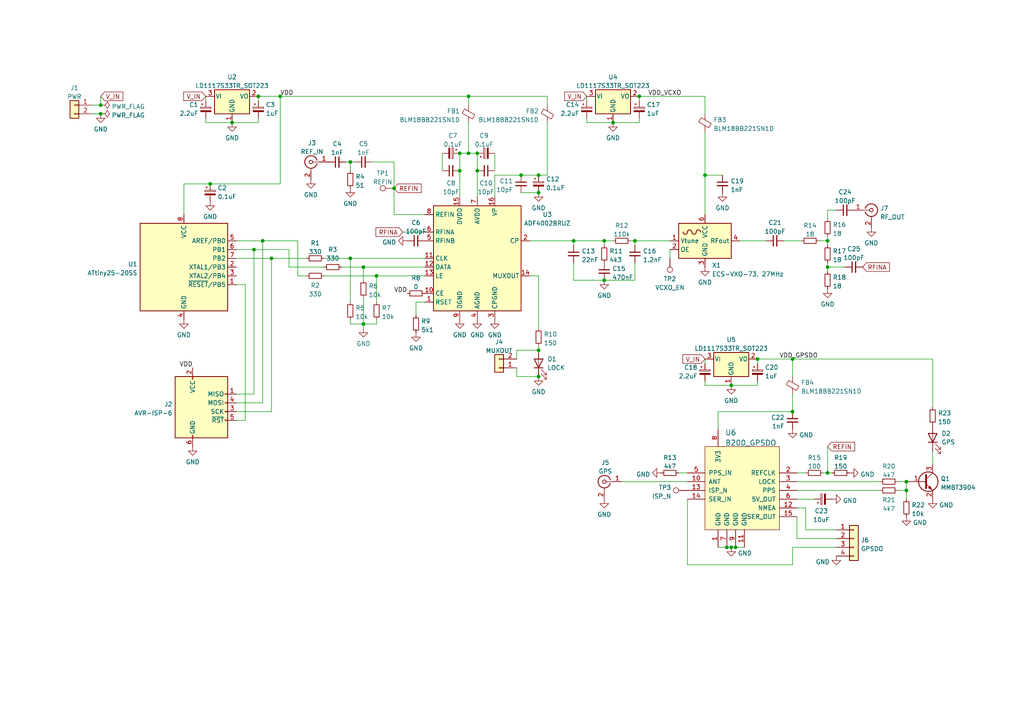
<source format=kicad_sch>
(kicad_sch (version 20211123) (generator eeschema)
  (paper "A4")
  (title_block (title "AD4002 27MHz PLL") (date "2022-04-08") (rev "1") (company "HB9EGM") (comment 1 "Compatible with USRP B200 GPSDO"))
  (lib_symbols
    (symbol "ADF4002_27MHz_PLL:B200_GPSDO" (pin_names (offset 1.016))
      (property "Reference" "U" (at 5.08 -10.16 0))
      (property "Value" "B200_GPSDO" (at 3.81 16.51 0))
      (symbol "B200_GPSDO_0_1"
        (rectangle (start -8.89 15.24) (end 12.7 -8.89) (fill (type background)))
      )
      (symbol "B200_GPSDO_1_1"
        (pin power_in line (at -5.08 -13.97 90) (length 5.08) (name "GND") (number "1"))
        (pin input line (at -13.97 5.08 0) (length 5.08) (name "ANT") (number "10"))
        (pin power_in line (at 2.54 -13.97 90) (length 5.08) (name "GND") (number "11"))
        (pin output line (at 17.78 -2.54 180) (length 5.08) (name "NMEA") (number "12"))
        (pin input line (at -13.97 2.54 0) (length 5.08) (name "ISP_N") (number "13"))
        (pin input line (at -13.97 0 0) (length 5.08) (name "SER_IN") (number "14"))
        (pin output line (at 17.78 -5.08 180) (length 5.08) (name "SER_OUT") (number "15"))
        (pin output line (at 17.78 7.62 180) (length 5.08) (name "REFCLK") (number "2"))
        (pin output line (at 17.78 5.08 180) (length 5.08) (name "LOCK") (number "3"))
        (pin output line (at 17.78 2.54 180) (length 5.08) (name "PPS") (number "4"))
        (pin input line (at -13.97 7.62 0) (length 5.08) (name "PPS_IN") (number "5"))
        (pin power_out line (at 17.78 0 180) (length 5.08) (name "5V_OUT") (number "6"))
        (pin power_in line (at -2.54 -13.97 90) (length 5.08) (name "GND") (number "7"))
        (pin power_in line (at -5.08 20.32 270) (length 5.08) (name "3V3") (number "8"))
        (pin power_in line (at 0 -13.97 90) (length 5.08) (name "GND") (number "9"))
      )
    )
    (symbol "ADF4002_27MHz_PLL:ECS-VXO-73"
      (property "Reference" "X" (at -7.62 6.35 0))
      (property "Value" "ECS-VXO-73" (at 2.54 6.35 0))
      (symbol "ECS-VXO-73_0_1"
        (rectangle (start -7.62 5.08) (end 7.62 -5.08) (stroke (width 0.254)) (fill (type background)))
        (arc (start -6.35 2.54) (mid -5.715 1.905) (end -5.08 2.54) (stroke (width 0.254)))
        (arc (start -3.81 2.54) (mid -4.445 3.175) (end -5.08 2.54) (stroke (width 0.254)))
        (arc (start -3.81 2.54) (mid -3.175 1.905) (end -2.54 2.54) (stroke (width 0.254)))
        (arc (start -1.27 2.54) (mid -1.905 3.175) (end -2.54 2.54) (stroke (width 0.254)))
      )
      (symbol "ECS-VXO-73_1_1"
        (pin input line (at -10.16 0 0) (length 2.54) (name "Vtune") (number "1"))
        (pin input line (at -10.16 -2.54 0) (length 2.54) (name "OE") (number "2"))
        (pin power_in line (at 0 -7.62 90) (length 2.54) (name "GND") (number "3"))
        (pin output line (at 10.16 0 180) (length 2.54) (name "RFout") (number "4"))
        (pin no_connect line (at 2.54 7.62 270) (length 2.54) hide (name "NC") (number "5"))
        (pin power_in line (at 0 7.62 270) (length 2.54) (name "VCC") (number "6"))
      )
    )
    (symbol "Connector:AVR-ISP-6" (pin_names (offset 1.016))
      (property "Reference" "J" (at -6.35 11.43 0))
      (property "Value" "AVR-ISP-6" (at 0 11.43 0))
      (symbol "AVR-ISP-6_0_1"
        (rectangle (start -2.667 -6.858) (end -2.413 -7.62))
        (rectangle (start -2.667 10.16) (end -2.413 9.398))
        (rectangle (start 7.62 -2.413) (end 6.858 -2.667))
        (rectangle (start 7.62 0.127) (end 6.858 -0.127))
        (rectangle (start 7.62 2.667) (end 6.858 2.413))
        (rectangle (start 7.62 5.207) (end 6.858 4.953))
        (rectangle (start 7.62 10.16) (end -7.62 -7.62) (stroke (width 0.254)) (fill (type background)))
      )
      (symbol "AVR-ISP-6_1_1"
        (pin passive line (at 10.16 5.08 180) (length 2.54) (name "MISO") (number "1"))
        (pin passive line (at -2.54 12.7 270) (length 2.54) (name "VCC") (number "2"))
        (pin passive line (at 10.16 0 180) (length 2.54) (name "SCK") (number "3"))
        (pin passive line (at 10.16 2.54 180) (length 2.54) (name "MOSI") (number "4"))
        (pin passive line (at 10.16 -2.54 180) (length 2.54) (name "~{RST}") (number "5"))
        (pin passive line (at -2.54 -10.16 90) (length 2.54) (name "GND") (number "6"))
      )
    )
    (symbol "Connector:Conn_Coaxial" (pin_names (offset 1.016) hide)
      (property "Reference" "J" (at 0.254 3.048 0))
      (property "Value" "Conn_Coaxial" (at 2.921 0 90))
      (symbol "Conn_Coaxial_0_1"
        (arc (start -1.778 -0.508) (mid 0.222 -1.808) (end 1.778 0) (stroke (width 0.254)))
        (polyline (pts (xy -2.54 0) (xy -0.508 0)))
        (polyline (pts (xy 0 -2.54) (xy 0 -1.778)))
        (circle (center 0 0) (radius 0.508) (stroke (width 0.2032)))
        (arc (start 1.778 0) (mid 0.222 1.8083) (end -1.778 0.508) (stroke (width 0.254)))
      )
      (symbol "Conn_Coaxial_1_1"
        (pin passive line (at -5.08 0 0) (length 2.54) (name "In") (number "1"))
        (pin passive line (at 0 -5.08 90) (length 2.54) (name "Ext") (number "2"))
      )
    )
    (symbol "Connector:TestPoint" (pin_numbers hide) (pin_names (offset 0.762) hide)
      (property "Reference" "TP" (at 0 6.858 0))
      (property "Value" "TestPoint" (at 0 5.08 0))
      (symbol "TestPoint_0_1"
        (circle (center 0 3.302) (radius 0.762))
      )
      (symbol "TestPoint_1_1"
        (pin passive line (at 0 0 90) (length 2.54) (name "1") (number "1"))
      )
    )
    (symbol "Connector_Generic:Conn_01x02" (pin_names (offset 1.016) hide)
      (property "Reference" "J" (at 0 2.54 0))
      (property "Value" "Conn_01x02" (at 0 -5.08 0))
      (symbol "Conn_01x02_1_1"
        (rectangle (start -1.27 -2.413) (end 0 -2.667) (stroke (width 0.1524)))
        (rectangle (start -1.27 0.127) (end 0 -0.127) (stroke (width 0.1524)))
        (rectangle (start -1.27 1.27) (end 1.27 -3.81) (stroke (width 0.254)) (fill (type background)))
        (pin passive line (at -5.08 0 0) (length 3.81) (name "Pin_1") (number "1"))
        (pin passive line (at -5.08 -2.54 0) (length 3.81) (name "Pin_2") (number "2"))
      )
    )
    (symbol "Connector_Generic:Conn_01x04" (pin_names (offset 1.016) hide)
      (property "Reference" "J" (at 0 5.08 0))
      (property "Value" "Conn_01x04" (at 0 -7.62 0))
      (symbol "Conn_01x04_1_1"
        (rectangle (start -1.27 -4.953) (end 0 -5.207) (stroke (width 0.1524)))
        (rectangle (start -1.27 -2.413) (end 0 -2.667) (stroke (width 0.1524)))
        (rectangle (start -1.27 0.127) (end 0 -0.127) (stroke (width 0.1524)))
        (rectangle (start -1.27 2.667) (end 0 2.413) (stroke (width 0.1524)))
        (rectangle (start -1.27 3.81) (end 1.27 -6.35) (stroke (width 0.254)) (fill (type background)))
        (pin passive line (at -5.08 2.54 0) (length 3.81) (name "Pin_1") (number "1"))
        (pin passive line (at -5.08 0 0) (length 3.81) (name "Pin_2") (number "2"))
        (pin passive line (at -5.08 -2.54 0) (length 3.81) (name "Pin_3") (number "3"))
        (pin passive line (at -5.08 -5.08 0) (length 3.81) (name "Pin_4") (number "4"))
      )
    )
    (symbol "Device:C_Polarized_Small" (pin_numbers hide) (pin_names (offset 0.254) hide)
      (property "Reference" "C" (at 0.254 1.778 0))
      (property "Value" "C_Polarized_Small" (at 0.254 -2.032 0))
      (symbol "C_Polarized_Small_0_1"
        (rectangle (start -1.524 -0.3048) (end 1.524 -0.6858) (fill (type outline)))
        (rectangle (start -1.524 0.6858) (end 1.524 0.3048))
        (polyline (pts (xy -1.27 1.524) (xy -0.762 1.524)))
        (polyline (pts (xy -1.016 1.27) (xy -1.016 1.778)))
      )
      (symbol "C_Polarized_Small_1_1"
        (pin passive line (at 0 2.54 270) (length 1.8542) (name "~") (number "1"))
        (pin passive line (at 0 -2.54 90) (length 1.8542) (name "~") (number "2"))
      )
    )
    (symbol "Device:C_Small" (pin_numbers hide) (pin_names (offset 0.254) hide)
      (property "Reference" "C" (at 0.254 1.778 0))
      (property "Value" "C_Small" (at 0.254 -2.032 0))
      (symbol "C_Small_0_1"
        (polyline (pts (xy -1.524 -0.508) (xy 1.524 -0.508)) (stroke (width 0.3302)))
        (polyline (pts (xy -1.524 0.508) (xy 1.524 0.508)) (stroke (width 0.3048)))
      )
      (symbol "C_Small_1_1"
        (pin passive line (at 0 2.54 270) (length 2.032) (name "~") (number "1"))
        (pin passive line (at 0 -2.54 90) (length 2.032) (name "~") (number "2"))
      )
    )
    (symbol "Device:FerriteBead_Small" (pin_numbers hide) (pin_names (offset 0))
      (property "Reference" "FB" (at 1.905 1.27 0))
      (property "Value" "FerriteBead_Small" (at 1.905 -1.27 0))
      (symbol "FerriteBead_Small_0_1"
        (polyline (pts (xy 0 -1.27) (xy 0 -0.7874)))
        (polyline (pts (xy 0 0.889) (xy 0 1.2954)))
        (polyline (pts (xy -1.8288 0.2794) (xy -1.1176 1.4986) (xy 1.8288 -0.2032) (xy 1.1176 -1.4224) (xy -1.8288 0.2794)))
      )
      (symbol "FerriteBead_Small_1_1"
        (pin passive line (at 0 2.54 270) (length 1.27) (name "~") (number "1"))
        (pin passive line (at 0 -2.54 90) (length 1.27) (name "~") (number "2"))
      )
    )
    (symbol "Device:LED" (pin_numbers hide) (pin_names (offset 1.016) hide)
      (property "Reference" "D" (at 0 2.54 0))
      (property "Value" "LED" (at 0 -2.54 0))
      (symbol "LED_0_1"
        (polyline (pts (xy -1.27 -1.27) (xy -1.27 1.27)) (stroke (width 0.254)))
        (polyline (pts (xy -1.27 0) (xy 1.27 0)))
        (polyline (pts (xy 1.27 -1.27) (xy 1.27 1.27) (xy -1.27 0) (xy 1.27 -1.27)) (stroke (width 0.254)))
        (polyline (pts (xy -3.048 -0.762) (xy -4.572 -2.286) (xy -3.81 -2.286) (xy -4.572 -2.286) (xy -4.572 -1.524)))
        (polyline (pts (xy -1.778 -0.762) (xy -3.302 -2.286) (xy -2.54 -2.286) (xy -3.302 -2.286) (xy -3.302 -1.524)))
      )
      (symbol "LED_1_1"
        (pin passive line (at -3.81 0 0) (length 2.54) (name "K") (number "1"))
        (pin passive line (at 3.81 0 180) (length 2.54) (name "A") (number "2"))
      )
    )
    (symbol "Device:R_Small" (pin_numbers hide) (pin_names (offset 0.254) hide)
      (property "Reference" "R" (at 0.762 0.508 0))
      (property "Value" "R_Small" (at 0.762 -1.016 0))
      (symbol "R_Small_0_1"
        (rectangle (start -0.762 1.778) (end 0.762 -1.778) (stroke (width 0.2032)))
      )
      (symbol "R_Small_1_1"
        (pin passive line (at 0 2.54 270) (length 0.762) (name "~") (number "1"))
        (pin passive line (at 0 -2.54 90) (length 0.762) (name "~") (number "2"))
      )
    )
    (symbol "MCU_Microchip_ATtiny:ATtiny25-20SS"
      (property "Reference" "U" (at -12.7 13.97 0))
      (property "Value" "ATtiny25-20SS" (at 2.54 -13.97 0))
      (symbol "ATtiny25-20SS_0_1"
        (rectangle (start -12.7 -12.7) (end 12.7 12.7) (stroke (width 0.254)) (fill (type background)))
      )
      (symbol "ATtiny25-20SS_1_1"
        (pin bidirectional line (at 15.24 -5.08 180) (length 2.54) (name "~{RESET}/PB5") (number "1"))
        (pin bidirectional line (at 15.24 0 180) (length 2.54) (name "XTAL1/PB3") (number "2"))
        (pin bidirectional line (at 15.24 -2.54 180) (length 2.54) (name "XTAL2/PB4") (number "3"))
        (pin power_in line (at 0 -15.24 90) (length 2.54) (name "GND") (number "4"))
        (pin bidirectional line (at 15.24 7.62 180) (length 2.54) (name "AREF/PB0") (number "5"))
        (pin bidirectional line (at 15.24 5.08 180) (length 2.54) (name "PB1") (number "6"))
        (pin bidirectional line (at 15.24 2.54 180) (length 2.54) (name "PB2") (number "7"))
        (pin power_in line (at 0 15.24 270) (length 2.54) (name "VCC") (number "8"))
      )
    )
    (symbol "Regulator_Linear:LD1117S33TR_SOT223" (pin_names (offset 0.254))
      (property "Reference" "U" (at -3.81 3.175 0))
      (property "Value" "LD1117S33TR_SOT223" (at 0 3.175 0))
      (symbol "LD1117S33TR_SOT223_0_1"
        (rectangle (start -5.08 -5.08) (end 5.08 1.905) (stroke (width 0.254)) (fill (type background)))
      )
      (symbol "LD1117S33TR_SOT223_1_1"
        (pin power_in line (at 0 -7.62 90) (length 2.54) (name "GND") (number "1"))
        (pin power_out line (at 7.62 0 180) (length 2.54) (name "VO") (number "2"))
        (pin power_in line (at -7.62 0 0) (length 2.54) (name "VI") (number "3"))
      )
    )
    (symbol "Timer_PLL:ADF4002BRUZ"
      (property "Reference" "U" (at 12.7 16.51 0))
      (property "Value" "ADF4002BRUZ" (at 0 0 0))
      (symbol "ADF4002BRUZ_0_1"
        (rectangle (start -12.7 15.24) (end 12.7 -15.24) (stroke (width 0.254)) (fill (type background)))
      )
      (symbol "ADF4002BRUZ_1_1"
        (pin input line (at -15.24 -12.7 0) (length 2.54) (name "RSET") (number "1"))
        (pin input line (at -15.24 -10.16 0) (length 2.54) (name "CE") (number "10"))
        (pin input line (at -15.24 0 0) (length 2.54) (name "CLK") (number "11"))
        (pin input line (at -15.24 -2.54 0) (length 2.54) (name "DATA") (number "12"))
        (pin input line (at -15.24 -5.08 0) (length 2.54) (name "LE") (number "13"))
        (pin output line (at 15.24 -5.08 180) (length 2.54) (name "MUXOUT") (number "14"))
        (pin power_in line (at -5.08 17.78 270) (length 2.54) (name "DVDD") (number "15"))
        (pin power_in line (at 5.08 17.78 270) (length 2.54) (name "VP") (number "16"))
        (pin output line (at 15.24 5.08 180) (length 2.54) (name "CP") (number "2"))
        (pin power_in line (at 5.08 -17.78 90) (length 2.54) (name "CPGND") (number "3"))
        (pin power_in line (at 0 -17.78 90) (length 2.54) (name "AGND") (number "4"))
        (pin input line (at -15.24 5.08 0) (length 2.54) (name "RFINB") (number "5"))
        (pin input line (at -15.24 7.62 0) (length 2.54) (name "RFINA") (number "6"))
        (pin power_in line (at 0 17.78 270) (length 2.54) (name "AVDD") (number "7"))
        (pin input line (at -15.24 12.7 0) (length 2.54) (name "REFIN") (number "8"))
        (pin power_in line (at -5.08 -17.78 90) (length 2.54) (name "DGND") (number "9"))
      )
    )
    (symbol "Transistor_BJT:MMBT3904" (pin_names (offset 0) hide)
      (property "Reference" "Q" (at 5.08 1.905 0))
      (property "Value" "MMBT3904" (at 5.08 0 0))
      (symbol "MMBT3904_0_1"
        (polyline (pts (xy 0.635 0.635) (xy 2.54 2.54)))
        (polyline (pts (xy 0.635 -0.635) (xy 2.54 -2.54) (xy 2.54 -2.54)))
        (polyline (pts (xy 0.635 1.905) (xy 0.635 -1.905) (xy 0.635 -1.905)) (stroke (width 0.508)))
        (polyline (pts (xy 1.27 -1.778) (xy 1.778 -1.27) (xy 2.286 -2.286) (xy 1.27 -1.778) (xy 1.27 -1.778)) (fill (type outline)))
        (circle (center 1.27 0) (radius 2.8194) (stroke (width 0.254)))
      )
      (symbol "MMBT3904_1_1"
        (pin input line (at -5.08 0 0) (length 5.715) (name "B") (number "1"))
        (pin passive line (at 2.54 -5.08 90) (length 2.54) (name "E") (number "2"))
        (pin passive line (at 2.54 5.08 270) (length 2.54) (name "C") (number "3"))
      )
    )
    (symbol "power:GND" (power) (pin_names (offset 0))
      (property "Value" "GND" (at 0 -3.81 0))
      (symbol "GND_0_1"
        (polyline (pts (xy 0 0) (xy 0 -1.27) (xy 1.27 -1.27) (xy 0 -2.54) (xy -1.27 -1.27) (xy 0 -1.27)))
      )
      (symbol "GND_1_1"
        (pin power_in line (at 0 0 270) (length 0) hide (name "GND") (number "1"))
      )
    )
    (symbol "power:PWR_FLAG" (power) (pin_numbers hide) (pin_names (offset 0) hide)
      (property "Value" "PWR_FLAG" (at 0 3.81 0))
      (symbol "PWR_FLAG_0_0"
        (pin power_out line (at 0 0 90) (length 0) (name "pwr") (number "1"))
      )
      (symbol "PWR_FLAG_0_1"
        (polyline (pts (xy 0 0) (xy 0 1.27) (xy -1.016 1.905) (xy 0 2.54) (xy 1.016 1.905) (xy 0 1.27)))
      )
    )
  )
  (junction (at 151.13 50.8))
  (junction (at 212.09 111.76))
  (junction (at 240.03 69.85))
  (junction (at 29.21 33.02))
  (junction (at 138.43 49.53))
  (junction (at 101.6 74.93))
  (junction (at 114.3 54.61))
  (junction (at 81.28 27.94))
  (junction (at 67.31 35.56))
  (junction (at 184.15 69.85))
  (junction (at 105.41 77.47))
  (junction (at 229.87 119.38))
  (junction (at 135.89 44.45))
  (junction (at 156.21 55.88))
  (junction (at 133.35 44.45))
  (junction (at 262.89 142.24))
  (junction (at 204.47 50.8))
  (junction (at 185.42 27.94))
  (junction (at 156.21 101.6))
  (junction (at 213.36 158.75))
  (junction (at 240.03 77.47))
  (junction (at 177.8 35.56))
  (junction (at 101.6 46.99))
  (junction (at 175.26 69.85))
  (junction (at 166.37 69.85))
  (junction (at 76.2 69.85))
  (junction (at 133.35 49.53))
  (junction (at 175.26 81.28))
  (junction (at 135.89 27.94))
  (junction (at 109.22 80.01))
  (junction (at 262.89 139.7))
  (junction (at 73.66 72.39))
  (junction (at 74.93 27.94))
  (junction (at 229.87 104.14))
  (junction (at 29.21 30.48))
  (junction (at 138.43 44.45))
  (junction (at 78.74 74.93))
  (junction (at 212.09 158.75))
  (junction (at 156.21 50.8))
  (junction (at 156.21 109.22))
  (junction (at 60.96 53.34))
  (junction (at 240.03 137.16))
  (junction (at 105.41 93.98))
  (junction (at 219.71 104.14))
  (junction (at 210.82 158.75))
  (wire (pts (xy 212.09 158.75) (xy 213.36 158.75)))
  (wire (pts (xy 194.31 74.93) (xy 194.31 72.39)))
  (wire (pts (xy 151.13 55.88) (xy 156.21 55.88)))
  (wire (pts (xy 240.03 129.54) (xy 240.03 137.16)))
  (wire (pts (xy 227.33 69.85) (xy 232.41 69.85)))
  (wire (pts (xy 166.37 81.28) (xy 175.26 81.28)))
  (wire (pts (xy 156.21 80.01) (xy 153.67 80.01)))
  (wire (pts (xy 166.37 69.85) (xy 175.26 69.85)))
  (wire (pts (xy 138.43 49.53) (xy 138.43 57.15)))
  (wire (pts (xy 74.93 35.56) (xy 74.93 34.29)))
  (wire (pts (xy 29.21 33.02) (xy 26.67 33.02)))
  (wire (pts (xy 114.3 62.23) (xy 114.3 54.61)))
  (wire (pts (xy 143.51 44.45) (xy 143.51 49.53)))
  (wire (pts (xy 204.47 33.02) (xy 204.47 27.94)))
  (wire (pts (xy 105.41 86.36) (xy 105.41 93.98)))
  (wire (pts (xy 184.15 71.12) (xy 184.15 69.85)))
  (wire (pts (xy 83.82 77.47) (xy 93.98 77.47)))
  (wire (pts (xy 170.18 27.94) (xy 170.18 29.21)))
  (wire (pts (xy 231.14 139.7) (xy 255.27 139.7)))
  (wire (pts (xy 204.47 111.76) (xy 212.09 111.76)))
  (wire (pts (xy 233.68 153.67) (xy 233.68 147.32)))
  (wire (pts (xy 210.82 158.75) (xy 212.09 158.75)))
  (wire (pts (xy 73.66 72.39) (xy 73.66 114.3)))
  (wire (pts (xy 68.58 121.92) (xy 71.12 121.92)))
  (wire (pts (xy 135.89 44.45) (xy 138.43 44.45)))
  (wire (pts (xy 170.18 34.29) (xy 170.18 35.56)))
  (wire (pts (xy 101.6 46.99) (xy 102.87 46.99)))
  (wire (pts (xy 59.69 27.94) (xy 59.69 29.21)))
  (wire (pts (xy 135.89 27.94) (xy 158.75 27.94)))
  (wire (pts (xy 185.42 27.94) (xy 204.47 27.94)))
  (wire (pts (xy 214.63 69.85) (xy 222.25 69.85)))
  (wire (pts (xy 233.68 147.32) (xy 231.14 147.32)))
  (wire (pts (xy 213.36 158.75) (xy 215.9 158.75)))
  (wire (pts (xy 135.89 44.45) (xy 133.35 44.45)))
  (wire (pts (xy 86.36 80.01) (xy 86.36 69.85)))
  (wire (pts (xy 60.96 53.34) (xy 53.34 53.34)))
  (wire (pts (xy 86.36 69.85) (xy 76.2 69.85)))
  (wire (pts (xy 229.87 109.22) (xy 229.87 104.14)))
  (wire (pts (xy 78.74 74.93) (xy 78.74 119.38)))
  (wire (pts (xy 59.69 35.56) (xy 67.31 35.56)))
  (wire (pts (xy 73.66 72.39) (xy 83.82 72.39)))
  (wire (pts (xy 138.43 44.45) (xy 138.43 49.53)))
  (wire (pts (xy 170.18 35.56) (xy 177.8 35.56)))
  (wire (pts (xy 114.3 54.61) (xy 114.3 46.99)))
  (wire (pts (xy 238.76 137.16) (xy 240.03 137.16)))
  (wire (pts (xy 149.86 109.22) (xy 156.21 109.22)))
  (wire (pts (xy 143.51 50.8) (xy 151.13 50.8)))
  (wire (pts (xy 240.03 77.47) (xy 245.11 77.47)))
  (wire (pts (xy 109.22 80.01) (xy 123.19 80.01)))
  (wire (pts (xy 240.03 69.85) (xy 240.03 68.58)))
  (wire (pts (xy 231.14 142.24) (xy 255.27 142.24)))
  (wire (pts (xy 73.66 114.3) (xy 68.58 114.3)))
  (wire (pts (xy 53.34 53.34) (xy 53.34 62.23)))
  (wire (pts (xy 156.21 95.25) (xy 156.21 80.01)))
  (wire (pts (xy 184.15 69.85) (xy 194.31 69.85)))
  (wire (pts (xy 185.42 35.56) (xy 185.42 34.29)))
  (wire (pts (xy 135.89 27.94) (xy 135.89 30.48)))
  (wire (pts (xy 120.65 87.63) (xy 123.19 87.63)))
  (wire (pts (xy 78.74 119.38) (xy 68.58 119.38)))
  (wire (pts (xy 240.03 69.85) (xy 240.03 71.12)))
  (wire (pts (xy 175.26 69.85) (xy 175.26 71.12)))
  (wire (pts (xy 101.6 93.98) (xy 105.41 93.98)))
  (wire (pts (xy 100.33 46.99) (xy 101.6 46.99)))
  (wire (pts (xy 86.36 80.01) (xy 88.9 80.01)))
  (wire (pts (xy 99.06 77.47) (xy 105.41 77.47)))
  (wire (pts (xy 242.57 156.21) (xy 231.14 156.21)))
  (wire (pts (xy 219.71 104.14) (xy 229.87 104.14)))
  (wire (pts (xy 105.41 93.98) (xy 105.41 95.25)))
  (wire (pts (xy 208.28 158.75) (xy 210.82 158.75)))
  (wire (pts (xy 26.67 30.48) (xy 29.21 30.48)))
  (wire (pts (xy 270.51 130.81) (xy 270.51 134.62)))
  (wire (pts (xy 76.2 116.84) (xy 68.58 116.84)))
  (wire (pts (xy 175.26 69.85) (xy 177.8 69.85)))
  (wire (pts (xy 184.15 69.85) (xy 182.88 69.85)))
  (wire (pts (xy 120.65 91.44) (xy 120.65 87.63)))
  (wire (pts (xy 109.22 92.71) (xy 109.22 93.98)))
  (wire (pts (xy 196.85 137.16) (xy 199.39 137.16)))
  (wire (pts (xy 68.58 69.85) (xy 76.2 69.85)))
  (wire (pts (xy 240.03 60.96) (xy 240.03 63.5)))
  (wire (pts (xy 107.95 46.99) (xy 114.3 46.99)))
  (wire (pts (xy 208.28 119.38) (xy 229.87 119.38)))
  (wire (pts (xy 67.31 35.56) (xy 74.93 35.56)))
  (wire (pts (xy 133.35 49.53) (xy 133.35 57.15)))
  (wire (pts (xy 105.41 77.47) (xy 105.41 81.28)))
  (wire (pts (xy 101.6 74.93) (xy 101.6 87.63)))
  (wire (pts (xy 231.14 144.78) (xy 236.22 144.78)))
  (wire (pts (xy 149.86 104.14) (xy 149.86 101.6)))
  (wire (pts (xy 101.6 46.99) (xy 101.6 49.53)))
  (wire (pts (xy 262.89 142.24) (xy 262.89 139.7)))
  (wire (pts (xy 81.28 27.94) (xy 135.89 27.94)))
  (wire (pts (xy 204.47 104.14) (xy 204.47 105.41)))
  (wire (pts (xy 74.93 27.94) (xy 81.28 27.94)))
  (wire (pts (xy 229.87 104.14) (xy 270.51 104.14)))
  (wire (pts (xy 229.87 158.75) (xy 229.87 163.83)))
  (wire (pts (xy 29.21 27.94) (xy 29.21 30.48)))
  (wire (pts (xy 260.35 142.24) (xy 262.89 142.24)))
  (wire (pts (xy 133.35 44.45) (xy 133.35 49.53)))
  (wire (pts (xy 229.87 163.83) (xy 199.39 163.83)))
  (wire (pts (xy 240.03 77.47) (xy 240.03 78.74)))
  (wire (pts (xy 149.86 106.68) (xy 149.86 109.22)))
  (wire (pts (xy 116.84 67.31) (xy 123.19 67.31)))
  (wire (pts (xy 260.35 139.7) (xy 262.89 139.7)))
  (wire (pts (xy 204.47 110.49) (xy 204.47 111.76)))
  (wire (pts (xy 184.15 81.28) (xy 175.26 81.28)))
  (wire (pts (xy 93.98 80.01) (xy 109.22 80.01)))
  (wire (pts (xy 143.51 57.15) (xy 143.51 50.8)))
  (wire (pts (xy 101.6 93.98) (xy 101.6 92.71)))
  (wire (pts (xy 71.12 121.92) (xy 71.12 82.55)))
  (wire (pts (xy 242.57 153.67) (xy 233.68 153.67)))
  (wire (pts (xy 180.34 139.7) (xy 199.39 139.7)))
  (wire (pts (xy 109.22 93.98) (xy 105.41 93.98)))
  (wire (pts (xy 166.37 76.2) (xy 166.37 81.28)))
  (wire (pts (xy 156.21 100.33) (xy 156.21 101.6)))
  (wire (pts (xy 219.71 105.41) (xy 219.71 104.14)))
  (wire (pts (xy 153.67 69.85) (xy 166.37 69.85)))
  (wire (pts (xy 242.57 158.75) (xy 229.87 158.75)))
  (wire (pts (xy 158.75 30.48) (xy 158.75 27.94)))
  (wire (pts (xy 101.6 74.93) (xy 123.19 74.93)))
  (wire (pts (xy 204.47 38.1) (xy 204.47 50.8)))
  (wire (pts (xy 212.09 111.76) (xy 219.71 111.76)))
  (wire (pts (xy 135.89 35.56) (xy 135.89 44.45)))
  (wire (pts (xy 240.03 76.2) (xy 240.03 77.47)))
  (wire (pts (xy 177.8 35.56) (xy 185.42 35.56)))
  (wire (pts (xy 76.2 69.85) (xy 76.2 116.84)))
  (wire (pts (xy 105.41 77.47) (xy 123.19 77.47)))
  (wire (pts (xy 231.14 137.16) (xy 233.68 137.16)))
  (wire (pts (xy 219.71 111.76) (xy 219.71 110.49)))
  (wire (pts (xy 158.75 35.56) (xy 158.75 50.8)))
  (wire (pts (xy 237.49 69.85) (xy 240.03 69.85)))
  (wire (pts (xy 123.19 62.23) (xy 114.3 62.23)))
  (wire (pts (xy 231.14 156.21) (xy 231.14 149.86)))
  (wire (pts (xy 128.27 44.45) (xy 128.27 49.53)))
  (wire (pts (xy 93.98 74.93) (xy 101.6 74.93)))
  (wire (pts (xy 240.03 137.16) (xy 241.3 137.16)))
  (wire (pts (xy 149.86 101.6) (xy 156.21 101.6)))
  (wire (pts (xy 242.57 60.96) (xy 240.03 60.96)))
  (wire (pts (xy 229.87 119.38) (xy 229.87 114.3)))
  (wire (pts (xy 68.58 74.93) (xy 78.74 74.93)))
  (wire (pts (xy 270.51 118.11) (xy 270.51 104.14)))
  (wire (pts (xy 204.47 50.8) (xy 209.55 50.8)))
  (wire (pts (xy 208.28 119.38) (xy 208.28 124.46)))
  (wire (pts (xy 204.47 50.8) (xy 204.47 62.23)))
  (wire (pts (xy 81.28 53.34) (xy 81.28 27.94)))
  (wire (pts (xy 78.74 74.93) (xy 88.9 74.93)))
  (wire (pts (xy 59.69 34.29) (xy 59.69 35.56)))
  (wire (pts (xy 199.39 163.83) (xy 199.39 144.78)))
  (wire (pts (xy 71.12 82.55) (xy 68.58 82.55)))
  (wire (pts (xy 185.42 29.21) (xy 185.42 27.94)))
  (wire (pts (xy 262.89 142.24) (xy 262.89 144.78)))
  (wire (pts (xy 74.93 29.21) (xy 74.93 27.94)))
  (wire (pts (xy 166.37 69.85) (xy 166.37 71.12)))
  (wire (pts (xy 151.13 50.8) (xy 156.21 50.8)))
  (wire (pts (xy 60.96 53.34) (xy 81.28 53.34)))
  (wire (pts (xy 109.22 80.01) (xy 109.22 87.63)))
  (wire (pts (xy 156.21 50.8) (xy 158.75 50.8)))
  (wire (pts (xy 184.15 76.2) (xy 184.15 81.28)))
  (wire (pts (xy 68.58 72.39) (xy 73.66 72.39)))
  (wire (pts (xy 83.82 72.39) (xy 83.82 77.47)))
  (label "VDD_VCXO" (at 187.96 27.94 0))
  (label "VDD" (at 55.88 106.68 180))
  (label "VDD" (at 81.28 27.94 0))
  (label "VDD_GPSDO" (at 226.06 104.14 0))
  (label "VDD" (at 118.11 85.09 180))
  (global_label "V_IN" (shape input) (at 204.47 104.14 180) (property "Intersheet References" "${INTERSHEET_REFS}" (effects hide)))
  (global_label "REFIN" (shape input) (at 240.03 129.54 0) (property "Intersheet References" "${INTERSHEET_REFS}" (effects hide)))
  (global_label "V_IN" (shape input) (at 170.18 27.94 180) (property "Intersheet References" "${INTERSHEET_REFS}" (effects hide)))
  (global_label "REFIN" (shape input) (at 114.3 54.61 0) (property "Intersheet References" "${INTERSHEET_REFS}" (effects hide)))
  (global_label "RFINA" (shape input) (at 116.84 67.31 180) (property "Intersheet References" "${INTERSHEET_REFS}" (effects hide)))
  (global_label "V_IN" (shape input) (at 59.69 27.94 180) (property "Intersheet References" "${INTERSHEET_REFS}" (effects hide)))
  (global_label "RFINA" (shape input) (at 250.19 77.47 0) (property "Intersheet References" "${INTERSHEET_REFS}" (effects hide)))
  (global_label "V_IN" (shape input) (at 29.21 27.94 0) (property "Intersheet References" "${INTERSHEET_REFS}" (effects hide)))
  (symbol (lib_id "Device:R_Small") (at 236.22 137.16 270) (unit 1)
    (property "Reference" "R15" (at 236.22 132.7236 90))
    (property "Value" "100" (at 236.22 135.2605 90))
    (property "Footprint" "Resistor_SMD:R_0603_1608Metric_Pad0.98x0.95mm_HandSolder" (effects hide))
  )
  (symbol (lib_id "power:GND") (at 156.21 109.22 0) (unit 1)
    (property "Reference" "#PWR015" (effects hide))
    (property "Value" "GND" (at 156.21 113.6634 0))
  )
  (symbol (lib_id "power:GND") (at 242.57 161.29 0) (unit 1)
    (property "Reference" "#PWR027" (effects hide))
    (property "Value" "GND" (at 240.6651 162.9938 0) (effects (justify right)))
  )
  (symbol (lib_id "Device:R_Small") (at 175.26 73.66 180) (unit 1)
    (property "Reference" "R11" (at 176.7586 72.8253 0) (effects (justify right)))
    (property "Value" "4k3" (at 176.7586 75.3622 0) (effects (justify right)))
    (property "Footprint" "Resistor_SMD:R_0603_1608Metric_Pad0.98x0.95mm_HandSolder" (effects hide))
  )
  (symbol (lib_id "Device:C_Polarized_Small") (at 204.47 107.95 0) (unit 1)
    (property "Reference" "C18" (at 202.311 106.5692 0) (effects (justify right)))
    (property "Value" "2.2uF" (at 202.311 109.1061 0) (effects (justify right)))
    (property "Footprint" "Capacitor_SMD:C_0805_2012Metric_Pad1.18x1.45mm_HandSolder" (effects hide))
  )
  (symbol (lib_id "Device:C_Small") (at 229.87 121.92 0) (unit 1)
    (property "Reference" "C22" (at 227.546 121.0916 0) (effects (justify right)))
    (property "Value" "1nF" (at 227.546 123.6285 0) (effects (justify right)))
    (property "Footprint" "Capacitor_SMD:C_0805_2012Metric_Pad1.18x1.45mm_HandSolder" (effects hide))
  )
  (symbol (lib_id "Device:C_Polarized_Small") (at 74.93 31.75 0) (unit 1)
    (property "Reference" "C3" (at 77.089 30.3692 0) (effects (justify left)))
    (property "Value" "1uF" (at 77.089 32.9061 0) (effects (justify left)))
    (property "Footprint" "Capacitor_SMD:C_0805_2012Metric_Pad1.18x1.45mm_HandSolder" (effects hide))
  )
  (symbol (lib_id "Device:R_Small") (at 243.84 137.16 270) (unit 1)
    (property "Reference" "R19" (at 243.84 132.7236 90))
    (property "Value" "150" (at 243.84 135.2605 90))
    (property "Footprint" "Resistor_SMD:R_0603_1608Metric_Pad0.98x0.95mm_HandSolder" (effects hide))
  )
  (symbol (lib_id "Connector_Generic:Conn_01x02") (at 21.59 30.48 0) (mirror y) (unit 1)
    (property "Reference" "J1" (at 21.59 25.5102 0))
    (property "Value" "PWR" (at 21.59 28.0471 0))
    (property "Footprint" "Connector_PinHeader_2.54mm:PinHeader_1x02_P2.54mm_Vertical" (effects hide))
  )
  (symbol (lib_id "Device:R_Small") (at 194.31 137.16 270) (unit 1)
    (property "Reference" "R13" (at 194.31 132.7236 90))
    (property "Value" "4k7" (at 194.31 135.2605 90))
    (property "Footprint" "Resistor_SMD:R_0603_1608Metric_Pad0.98x0.95mm_HandSolder" (effects hide))
  )
  (symbol (lib_id "power:GND") (at 175.26 144.78 0) (unit 1)
    (property "Reference" "#PWR017" (effects hide))
    (property "Value" "GND" (at 175.26 149.2234 0))
  )
  (symbol (lib_id "Timer_PLL:ADF4002BRUZ") (at 138.43 74.93 0) (unit 1)
    (property "Reference" "U3" (at 158.75 62.23 0))
    (property "Value" "ADF4002BRUZ" (at 158.75 64.7669 0))
    (property "Footprint" "Package_SO:TSSOP-16_4.4x5mm_P0.65mm" (effects hide))
    (property "Datasheet" "https://www.analog.com/media/en/technical-documentation/data-sheets/ADF4002.pdf" (effects hide))
  )
  (symbol (lib_id "Device:R_Small") (at 105.41 83.82 180) (unit 1)
    (property "Reference" "R6" (at 106.9086 82.9853 0) (effects (justify right)))
    (property "Value" "10k" (at 106.9086 85.5222 0) (effects (justify right)))
    (property "Footprint" "Resistor_SMD:R_0603_1608Metric_Pad0.98x0.95mm_HandSolder" (effects hide))
  )
  (symbol (lib_id "Connector:Conn_Coaxial") (at 252.73 60.96 0) (unit 1)
    (property "Reference" "J7" (at 255.27 60.4185 0) (effects (justify left)))
    (property "Value" "RF_OUT" (at 255.27 62.9554 0) (effects (justify left)))
    (property "Footprint" "Connector_Coaxial:SMA_Molex_73251-2120_EdgeMount_Horizontal" (effects hide))
    (property "Datasheet" " ~" (effects hide))
  )
  (symbol (lib_id "Device:C_Small") (at 140.97 49.53 270) (unit 1)
    (property "Reference" "C10" (at 140.9636 53.1225 90))
    (property "Value" "10pF" (at 140.9636 55.6594 90))
    (property "Footprint" "Capacitor_SMD:C_0805_2012Metric_Pad1.18x1.45mm_HandSolder" (effects hide))
  )
  (symbol (lib_id "Device:C_Polarized_Small") (at 140.97 44.45 90) (unit 1)
    (property "Reference" "C9" (at 140.4239 39.3532 90))
    (property "Value" "0.1uF" (at 140.4239 41.8901 90))
    (property "Footprint" "Capacitor_SMD:C_0805_2012Metric_Pad1.18x1.45mm_HandSolder" (effects hide))
  )
  (symbol (lib_id "power:GND") (at 53.34 92.71 0) (unit 1)
    (property "Reference" "#PWR02" (effects hide))
    (property "Value" "GND" (at 53.34 97.1534 0))
  )
  (symbol (lib_id "Device:C_Small") (at 224.79 69.85 90) (unit 1)
    (property "Reference" "C21" (at 224.7963 64.5881 90))
    (property "Value" "100pF" (at 224.7963 67.125 90))
    (property "Footprint" "Capacitor_SMD:C_0805_2012Metric_Pad1.18x1.45mm_HandSolder" (effects hide))
  )
  (symbol (lib_id "Device:C_Polarized_Small") (at 60.96 55.88 0) (unit 1)
    (property "Reference" "C2" (at 63.119 54.4992 0) (effects (justify left)))
    (property "Value" "0.1uF" (at 63.119 57.0361 0) (effects (justify left)))
    (property "Footprint" "Capacitor_SMD:C_0805_2012Metric_Pad1.18x1.45mm_HandSolder" (effects hide))
  )
  (symbol (lib_id "Device:FerriteBead_Small") (at 135.89 33.02 180) (unit 1)
    (property "Reference" "FB1" (at 133.4263 32.2234 0) (effects (justify left)))
    (property "Value" "BLM18BB221SN1D" (at 133.4263 34.7603 0) (effects (justify left)))
    (property "Footprint" "Resistor_SMD:R_0603_1608Metric_Pad0.98x0.95mm_HandSolder" (effects hide))
  )
  (symbol (lib_id "Device:R_Small") (at 120.65 85.09 270) (unit 1)
    (property "Reference" "R8" (at 120.65 80.6536 90))
    (property "Value" "0" (at 120.65 83.1905 90))
    (property "Footprint" "Resistor_SMD:R_0603_1608Metric_Pad0.98x0.95mm_HandSolder" (effects hide))
  )
  (symbol (lib_id "Device:R_Small") (at 91.44 74.93 90) (unit 1)
    (property "Reference" "R1" (at 91.44 70.4936 90))
    (property "Value" "330" (at 91.44 73.0305 90))
    (property "Footprint" "Resistor_SMD:R_0603_1608Metric_Pad0.98x0.95mm_HandSolder" (effects hide))
  )
  (symbol (lib_id "power:GND") (at 105.41 95.25 0) (unit 1)
    (property "Reference" "#PWR08" (effects hide))
    (property "Value" "GND" (at 105.41 99.6934 0))
  )
  (symbol (lib_id "power:GND") (at 138.43 92.71 0) (unit 1)
    (property "Reference" "#PWR012" (effects hide))
    (property "Value" "GND" (at 138.43 97.1534 0))
  )
  (symbol (lib_id "Device:LED") (at 156.21 105.41 90) (unit 1)
    (property "Reference" "D1" (at 158.75 104.14 90) (effects (justify right)))
    (property "Value" "LOCK" (at 158.75 106.6769 90) (effects (justify right)))
    (property "Footprint" "LED_SMD:LED_1206_3216Metric_Pad1.42x1.75mm_HandSolder" (effects hide))
  )
  (symbol (lib_id "Device:R_Small") (at 156.21 97.79 0) (unit 1)
    (property "Reference" "R10" (at 157.7086 96.9553 0) (effects (justify left)))
    (property "Value" "150" (at 157.7086 99.4922 0) (effects (justify left)))
    (property "Footprint" "Resistor_SMD:R_0603_1608Metric_Pad0.98x0.95mm_HandSolder" (effects hide))
  )
  (symbol (lib_id "power:GND") (at 177.8 35.56 0) (unit 1)
    (property "Reference" "#PWR018" (effects hide))
    (property "Value" "GND" (at 177.8 40.0034 0))
  )
  (symbol (lib_id "Device:R_Small") (at 120.65 93.98 180) (unit 1)
    (property "Reference" "R9" (at 122.1486 93.1453 0) (effects (justify right)))
    (property "Value" "5k1" (at 122.1486 95.6822 0) (effects (justify right)))
    (property "Footprint" "Resistor_SMD:R_0603_1608Metric_Pad0.98x0.95mm_HandSolder" (effects hide))
  )
  (symbol (lib_id "power:GND") (at 270.51 144.78 0) (unit 1)
    (property "Reference" "#PWR031" (effects hide))
    (property "Value" "GND" (at 272.415 146.4838 0) (effects (justify left)))
  )
  (symbol (lib_id "power:GND") (at 246.38 137.16 90) (unit 1)
    (property "Reference" "#PWR028" (effects hide))
    (property "Value" "GND" (at 249.555 137.5938 90) (effects (justify right)))
  )
  (symbol (lib_id "Connector:TestPoint") (at 194.31 74.93 180) (unit 1)
    (property "Reference" "TP2" (at 194.31 80.8974 0))
    (property "Value" "VCXO_EN" (at 194.31 83.4343 0))
    (property "Footprint" "TestPoint:TestPoint_Pad_D2.5mm" (effects hide))
  )
  (symbol (lib_id "Connector_Generic:Conn_01x04") (at 247.65 156.21 0) (unit 1)
    (property "Reference" "J6" (at 249.682 156.6453 0) (effects (justify left)))
    (property "Value" "GPSDO" (at 249.682 159.1822 0) (effects (justify left)))
    (property "Footprint" "Connector_PinHeader_2.54mm:PinHeader_1x04_P2.54mm_Vertical" (effects hide))
  )
  (symbol (lib_id "Device:FerriteBead_Small") (at 229.87 111.76 180) (unit 1)
    (property "Reference" "FB4" (at 232.3338 110.9634 0) (effects (justify right)))
    (property "Value" "BLM18BB221SN1D" (at 232.3338 113.5003 0) (effects (justify right)))
    (property "Footprint" "Resistor_SMD:R_0603_1608Metric_Pad0.98x0.95mm_HandSolder" (effects hide))
  )
  (symbol (lib_id "power:GND") (at 118.11 69.85 270) (unit 1)
    (property "Reference" "#PWR09" (effects hide))
    (property "Value" "GND" (at 114.9351 70.2838 90) (effects (justify right)))
  )
  (symbol (lib_id "power:GND") (at 175.26 81.28 0) (unit 1)
    (property "Reference" "#PWR016" (effects hide))
    (property "Value" "GND" (at 175.26 85.7234 0))
  )
  (symbol (lib_id "Device:R_Small") (at 96.52 77.47 90) (unit 1)
    (property "Reference" "R3" (at 96.52 72.39 90))
    (property "Value" "330" (at 96.52 74.93 90))
    (property "Footprint" "Resistor_SMD:R_0603_1608Metric_Pad0.98x0.95mm_HandSolder" (effects hide))
  )
  (symbol (lib_id "power:GND") (at 120.65 96.52 0) (unit 1)
    (property "Reference" "#PWR010" (effects hide))
    (property "Value" "GND" (at 120.65 100.9634 0))
  )
  (symbol (lib_id "power:GND") (at 60.96 58.42 0) (unit 1)
    (property "Reference" "#PWR04" (effects hide))
    (property "Value" "GND" (at 60.96 62.8634 0))
  )
  (symbol (lib_id "Connector:TestPoint") (at 114.3 54.61 90) (unit 1)
    (property "Reference" "TP1" (at 110.998 50.2752 90))
    (property "Value" "REFIN" (at 110.998 52.8121 90))
    (property "Footprint" "TestPoint:TestPoint_Pad_D2.5mm" (effects hide))
  )
  (symbol (lib_id "Device:R_Small") (at 101.6 90.17 180) (unit 1)
    (property "Reference" "R5" (at 103.0986 89.3353 0) (effects (justify right)))
    (property "Value" "10k" (at 103.0986 91.8722 0) (effects (justify right)))
    (property "Footprint" "Resistor_SMD:R_0603_1608Metric_Pad0.98x0.95mm_HandSolder" (effects hide))
  )
  (symbol (lib_id "Device:R_Small") (at 101.6 52.07 180) (unit 1)
    (property "Reference" "R4" (at 103.0986 51.2353 0) (effects (justify right)))
    (property "Value" "51" (at 103.0986 53.7722 0) (effects (justify right)))
    (property "Footprint" "Resistor_SMD:R_0603_1608Metric_Pad0.98x0.95mm_HandSolder" (effects hide))
  )
  (symbol (lib_id "Device:C_Small") (at 151.13 53.34 0) (unit 1)
    (property "Reference" "C11" (at 148.806 52.5116 0) (effects (justify right)))
    (property "Value" "10pF" (at 148.806 55.0485 0) (effects (justify right)))
    (property "Footprint" "Capacitor_SMD:C_0805_2012Metric_Pad1.18x1.45mm_HandSolder" (effects hide))
  )
  (symbol (lib_id "Device:LED") (at 270.51 127 90) (unit 1)
    (property "Reference" "D2" (at 273.05 125.73 90) (effects (justify right)))
    (property "Value" "GPS" (at 273.05 128.2669 90) (effects (justify right)))
    (property "Footprint" "LED_SMD:LED_1206_3216Metric_Pad1.42x1.75mm_HandSolder" (effects hide))
  )
  (symbol (lib_id "Device:C_Small") (at 209.55 53.34 0) (unit 1)
    (property "Reference" "C19" (at 211.8741 52.5116 0) (effects (justify left)))
    (property "Value" "1nF" (at 211.8741 55.0485 0) (effects (justify left)))
    (property "Footprint" "Capacitor_SMD:C_0805_2012Metric_Pad1.18x1.45mm_HandSolder" (effects hide))
  )
  (symbol (lib_id "ADF4002_27MHz_PLL:B200_GPSDO") (at 213.36 144.78 0) (unit 1)
    (property "Reference" "U6" (at 210.2994 125.4559 0) (effects (font (size 1.524 1.524)) (justify left)))
    (property "Value" "B200_GPSDO" (at 210.2994 128.4493 0) (effects (font (size 1.524 1.524)) (justify left)))
    (property "Footprint" "ADF4002_27MHz_PLL:GPSDO_B200" (effects hide))
  )
  (symbol (lib_id "Device:C_Small") (at 175.26 78.74 0) (unit 1)
    (property "Reference" "C15" (at 177.5841 77.9116 0) (effects (justify left)))
    (property "Value" "470nF" (at 177.5841 80.4485 0) (effects (justify left)))
    (property "Footprint" "Capacitor_SMD:C_0805_2012Metric_Pad1.18x1.45mm_HandSolder" (effects hide))
  )
  (symbol (lib_id "Device:R_Small") (at 270.51 120.65 0) (unit 1)
    (property "Reference" "R23" (at 272.0086 119.8153 0) (effects (justify left)))
    (property "Value" "150" (at 272.0086 122.3522 0) (effects (justify left)))
    (property "Footprint" "Resistor_SMD:R_0603_1608Metric_Pad0.98x0.95mm_HandSolder" (effects hide))
  )
  (symbol (lib_id "power:GND") (at 143.51 92.71 0) (unit 1)
    (property "Reference" "#PWR013" (effects hide))
    (property "Value" "GND" (at 143.51 97.1534 0))
  )
  (symbol (lib_id "power:GND") (at 212.09 158.75 0) (unit 1)
    (property "Reference" "#PWR023" (effects hide))
    (property "Value" "GND" (at 213.995 160.4538 0) (effects (justify left)))
  )
  (symbol (lib_id "Connector:AVR-ISP-6") (at 58.42 119.38 0) (unit 1)
    (property "Reference" "J2" (at 50.0381 117.2753 0) (effects (justify right)))
    (property "Value" "AVR-ISP-6" (at 50.0381 119.8122 0) (effects (justify right)))
    (property "Footprint" "Connector_IDC:IDC-Header_2x03_P2.54mm_Vertical" (effects hide))
    (property "Datasheet" " ~" (effects hide))
  )
  (symbol (lib_id "power:GND") (at 252.73 66.04 0) (unit 1)
    (property "Reference" "#PWR029" (effects hide))
    (property "Value" "GND" (at 252.73 70.4834 0))
  )
  (symbol (lib_id "Device:R_Small") (at 234.95 69.85 270) (unit 1)
    (property "Reference" "R14" (at 234.95 65.4136 90))
    (property "Value" "18" (at 234.95 67.9505 90))
    (property "Footprint" "Resistor_SMD:R_0603_1608Metric_Pad0.98x0.95mm_HandSolder" (effects hide))
  )
  (symbol (lib_id "Device:R_Small") (at 257.81 142.24 270) (unit 1)
    (property "Reference" "R21" (at 257.81 145.007 90))
    (property "Value" "4k7" (at 257.81 147.5439 90))
    (property "Footprint" "Resistor_SMD:R_0603_1608Metric_Pad0.98x0.95mm_HandSolder" (effects hide))
  )
  (symbol (lib_id "Device:C_Small") (at 97.79 46.99 90) (unit 1)
    (property "Reference" "C4" (at 97.7963 41.7281 90))
    (property "Value" "1nF" (at 97.7963 44.265 90))
    (property "Footprint" "Capacitor_SMD:C_0805_2012Metric_Pad1.18x1.45mm_HandSolder" (effects hide))
  )
  (symbol (lib_id "power:GND") (at 229.87 124.46 0) (unit 1)
    (property "Reference" "#PWR024" (effects hide))
    (property "Value" "GND" (at 231.775 126.1638 0) (effects (justify left)))
  )
  (symbol (lib_id "power:PWR_FLAG") (at 29.21 30.48 270) (unit 1)
    (property "Reference" "#FLG01" (effects hide))
    (property "Value" "PWR_FLAG" (at 32.385 30.9138 90) (effects (justify left)))
  )
  (symbol (lib_id "Device:C_Small") (at 105.41 46.99 90) (unit 1)
    (property "Reference" "C5" (at 105.4163 41.7281 90))
    (property "Value" "1nF" (at 105.4163 44.265 90))
    (property "Footprint" "Capacitor_SMD:C_0805_2012Metric_Pad1.18x1.45mm_HandSolder" (effects hide))
  )
  (symbol (lib_id "Regulator_Linear:LD1117S33TR_SOT223") (at 212.09 104.14 0) (unit 1)
    (property "Reference" "U5" (at 212.09 98.5352 0))
    (property "Value" "LD1117S33TR_SOT223" (at 212.09 101.0721 0))
    (property "Footprint" "Package_TO_SOT_SMD:SOT-223-3_TabPin2" (effects hide))
    (property "Datasheet" "http://www.st.com/st-web-ui/static/active/en/resource/technical/document/datasheet/CD00000544.pdf" (effects hide))
  )
  (symbol (lib_id "Device:C_Polarized_Small") (at 238.76 144.78 90) (unit 1)
    (property "Reference" "C23" (at 238.2139 148.2074 90))
    (property "Value" "10uF" (at 238.2139 150.7443 90))
    (property "Footprint" "Capacitor_SMD:CP_Elec_4x5.3" (effects hide))
  )
  (symbol (lib_id "power:GND") (at 67.31 35.56 0) (unit 1)
    (property "Reference" "#PWR05" (effects hide))
    (property "Value" "GND" (at 67.31 40.0034 0))
  )
  (symbol (lib_id "ADF4002_27MHz_PLL:ECS-VXO-73") (at 204.47 69.85 0) (unit 1)
    (property "Reference" "X1" (at 206.4894 76.9604 0) (effects (justify left)))
    (property "Value" "ECS-VXO-73, 27MHz" (at 206.4894 79.4973 0) (effects (justify left)))
    (property "Footprint" "ADF4002_27MHz_PLL:Oscillator_SMD_ECS_VXO_73" (effects hide))
  )
  (symbol (lib_id "power:GND") (at 212.09 111.76 0) (unit 1)
    (property "Reference" "#PWR022" (effects hide))
    (property "Value" "GND" (at 212.09 116.2034 0))
  )
  (symbol (lib_id "Device:C_Polarized_Small") (at 59.69 31.75 0) (unit 1)
    (property "Reference" "C1" (at 57.531 30.3692 0) (effects (justify right)))
    (property "Value" "2.2uF" (at 57.531 32.9061 0) (effects (justify right)))
    (property "Footprint" "Capacitor_SMD:C_0805_2012Metric_Pad1.18x1.45mm_HandSolder" (effects hide))
  )
  (symbol (lib_id "Device:C_Polarized_Small") (at 156.21 53.34 0) (unit 1)
    (property "Reference" "C12" (at 158.369 51.9592 0) (effects (justify left)))
    (property "Value" "0.1uF" (at 158.369 54.4961 0) (effects (justify left)))
    (property "Footprint" "Capacitor_SMD:C_0805_2012Metric_Pad1.18x1.45mm_HandSolder" (effects hide))
  )
  (symbol (lib_id "Device:FerriteBead_Small") (at 158.75 33.02 180) (unit 1)
    (property "Reference" "FB2" (at 156.2863 32.2234 0) (effects (justify left)))
    (property "Value" "BLM18BB221SN1D" (at 156.2863 34.7603 0) (effects (justify left)))
    (property "Footprint" "Resistor_SMD:R_0603_1608Metric_Pad0.98x0.95mm_HandSolder" (effects hide))
  )
  (symbol (lib_id "power:GND") (at 191.77 137.16 270) (unit 1)
    (property "Reference" "#PWR019" (effects hide))
    (property "Value" "GND" (at 188.5951 137.5938 90) (effects (justify right)))
  )
  (symbol (lib_id "power:GND") (at 55.88 129.54 0) (unit 1)
    (property "Reference" "#PWR03" (effects hide))
    (property "Value" "GND" (at 55.88 133.9834 0))
  )
  (symbol (lib_id "Device:C_Small") (at 130.81 49.53 90) (unit 1)
    (property "Reference" "C8" (at 130.8163 53.1225 90))
    (property "Value" "10pF" (at 130.8163 55.6594 90))
    (property "Footprint" "Capacitor_SMD:C_0805_2012Metric_Pad1.18x1.45mm_HandSolder" (effects hide))
  )
  (symbol (lib_id "power:GND") (at 133.35 92.71 0) (unit 1)
    (property "Reference" "#PWR011" (effects hide))
    (property "Value" "GND" (at 133.35 97.1534 0))
  )
  (symbol (lib_id "Connector:Conn_Coaxial") (at 175.26 139.7 0) (mirror y) (unit 1)
    (property "Reference" "J5" (at 175.5774 134.1736 0))
    (property "Value" "GPS" (at 175.5774 136.7105 0))
    (property "Footprint" "Connector_Coaxial:SMA_Molex_73251-2120_EdgeMount_Horizontal" (effects hide))
    (property "Datasheet" " ~" (effects hide))
  )
  (symbol (lib_id "Connector_Generic:Conn_01x02") (at 144.78 106.68 180) (unit 1)
    (property "Reference" "J4" (at 144.78 99.1702 0))
    (property "Value" "MUXOUT" (at 144.78 101.7071 0))
    (property "Footprint" "Connector_IDC:IDC-Header_2x03_P2.54mm_Vertical" (effects hide))
  )
  (symbol (lib_id "power:GND") (at 209.55 55.88 0) (unit 1)
    (property "Reference" "#PWR021" (effects hide))
    (property "Value" "GND" (at 209.55 60.3234 0))
  )
  (symbol (lib_id "Device:C_Small") (at 120.65 69.85 90) (unit 1)
    (property "Reference" "C6" (at 120.6563 64.5881 90))
    (property "Value" "100pF" (at 120.6563 67.125 90))
    (property "Footprint" "Capacitor_SMD:C_0805_2012Metric_Pad1.18x1.45mm_HandSolder" (effects hide))
  )
  (symbol (lib_id "Device:C_Polarized_Small") (at 130.81 44.45 270) (unit 1)
    (property "Reference" "C7" (at 131.3561 39.3532 90))
    (property "Value" "0.1uF" (at 131.3561 41.8901 90))
    (property "Footprint" "Capacitor_SMD:C_0805_2012Metric_Pad1.18x1.45mm_HandSolder" (effects hide))
  )
  (symbol (lib_id "power:GND") (at 240.03 83.82 0) (unit 1)
    (property "Reference" "#PWR025" (effects hide))
    (property "Value" "GND" (at 240.03 88.2634 0))
  )
  (symbol (lib_id "Device:FerriteBead_Small") (at 204.47 35.56 180) (unit 1)
    (property "Reference" "FB3" (at 206.9338 34.7634 0) (effects (justify right)))
    (property "Value" "BLM18BB221SN1D" (at 206.9338 37.3003 0) (effects (justify right)))
    (property "Footprint" "Resistor_SMD:R_0603_1608Metric_Pad0.98x0.95mm_HandSolder" (effects hide))
  )
  (symbol (lib_id "power:GND") (at 90.17 52.07 0) (unit 1)
    (property "Reference" "#PWR06" (effects hide))
    (property "Value" "GND" (at 90.17 56.5134 0))
  )
  (symbol (lib_id "Regulator_Linear:LD1117S33TR_SOT223") (at 67.31 27.94 0) (unit 1)
    (property "Reference" "U2" (at 67.31 22.3352 0))
    (property "Value" "LD1117S33TR_SOT223" (at 67.31 24.8721 0))
    (property "Footprint" "Package_TO_SOT_SMD:SOT-223-3_TabPin2" (effects hide))
    (property "Datasheet" "http://www.st.com/st-web-ui/static/active/en/resource/technical/document/datasheet/CD00000544.pdf" (effects hide))
  )
  (symbol (lib_id "power:GND") (at 241.3 144.78 90) (unit 1)
    (property "Reference" "#PWR026" (effects hide))
    (property "Value" "GND" (at 244.475 145.2138 90) (effects (justify right)))
  )
  (symbol (lib_id "Device:R_Small") (at 262.89 147.32 0) (unit 1)
    (property "Reference" "R22" (at 264.3886 146.4853 0) (effects (justify left)))
    (property "Value" "10k" (at 264.3886 149.0222 0) (effects (justify left)))
    (property "Footprint" "Resistor_SMD:R_0603_1608Metric_Pad0.98x0.95mm_HandSolder" (effects hide))
  )
  (symbol (lib_id "Connector:Conn_Coaxial") (at 90.17 46.99 0) (mirror y) (unit 1)
    (property "Reference" "J3" (at 90.4874 41.4636 0))
    (property "Value" "REF_IN" (at 90.4874 44.0005 0))
    (property "Footprint" "Connector_Coaxial:SMA_Molex_73251-2120_EdgeMount_Horizontal" (effects hide))
    (property "Datasheet" " ~" (effects hide))
  )
  (symbol (lib_id "Device:C_Small") (at 184.15 73.66 0) (unit 1)
    (property "Reference" "C16" (at 186.4741 72.8316 0) (effects (justify left)))
    (property "Value" "1.2nF" (at 186.4741 75.3685 0) (effects (justify left)))
    (property "Footprint" "Capacitor_SMD:C_0805_2012Metric_Pad1.18x1.45mm_HandSolder" (effects hide))
  )
  (symbol (lib_id "Device:R_Small") (at 91.44 80.01 90) (unit 1)
    (property "Reference" "R2" (at 91.44 82.777 90))
    (property "Value" "330" (at 91.44 85.3139 90))
    (property "Footprint" "Resistor_SMD:R_0603_1608Metric_Pad0.98x0.95mm_HandSolder" (effects hide))
  )
  (symbol (lib_id "Device:R_Small") (at 240.03 81.28 0) (unit 1)
    (property "Reference" "R18" (at 241.5286 80.4453 0) (effects (justify left)))
    (property "Value" "18" (at 241.5286 82.9822 0) (effects (justify left)))
    (property "Footprint" "Resistor_SMD:R_0603_1608Metric_Pad0.98x0.95mm_HandSolder" (effects hide))
  )
  (symbol (lib_id "Device:C_Polarized_Small") (at 219.71 107.95 0) (unit 1)
    (property "Reference" "C20" (at 221.869 106.5692 0) (effects (justify left)))
    (property "Value" "1uF" (at 221.869 109.1061 0) (effects (justify left)))
    (property "Footprint" "Capacitor_SMD:C_0805_2012Metric_Pad1.18x1.45mm_HandSolder" (effects hide))
  )
  (symbol (lib_id "Device:R_Small") (at 240.03 73.66 0) (unit 1)
    (property "Reference" "R17" (at 241.5286 72.8253 0) (effects (justify left)))
    (property "Value" "18" (at 241.5286 75.3622 0) (effects (justify left)))
    (property "Footprint" "Resistor_SMD:R_0603_1608Metric_Pad0.98x0.95mm_HandSolder" (effects hide))
  )
  (symbol (lib_id "Device:R_Small") (at 180.34 69.85 270) (unit 1)
    (property "Reference" "R12" (at 180.34 65.4136 90))
    (property "Value" "110k" (at 180.34 67.9505 90))
    (property "Footprint" "Resistor_SMD:R_0603_1608Metric_Pad0.98x0.95mm_HandSolder" (effects hide))
  )
  (symbol (lib_id "power:GND") (at 204.47 77.47 0) (unit 1)
    (property "Reference" "#PWR020" (effects hide))
    (property "Value" "GND" (at 204.47 81.9134 0))
  )
  (symbol (lib_id "Device:C_Polarized_Small") (at 170.18 31.75 0) (unit 1)
    (property "Reference" "C14" (at 168.021 30.3692 0) (effects (justify right)))
    (property "Value" "2.2uF" (at 168.021 32.9061 0) (effects (justify right)))
    (property "Footprint" "Capacitor_SMD:C_0805_2012Metric_Pad1.18x1.45mm_HandSolder" (effects hide))
  )
  (symbol (lib_id "power:GND") (at 156.21 55.88 0) (unit 1)
    (property "Reference" "#PWR014" (effects hide))
    (property "Value" "GND" (at 156.21 60.3234 0))
  )
  (symbol (lib_id "Device:C_Small") (at 247.65 77.47 90) (unit 1)
    (property "Reference" "C25" (at 247.6563 72.2081 90))
    (property "Value" "100pF" (at 247.6563 74.745 90))
    (property "Footprint" "Capacitor_SMD:C_0805_2012Metric_Pad1.18x1.45mm_HandSolder" (effects hide))
  )
  (symbol (lib_id "Device:C_Small") (at 245.11 60.96 90) (unit 1)
    (property "Reference" "C24" (at 245.1163 55.6981 90))
    (property "Value" "100pF" (at 245.1163 58.235 90))
    (property "Footprint" "Capacitor_SMD:C_0805_2012Metric_Pad1.18x1.45mm_HandSolder" (effects hide))
  )
  (symbol (lib_id "Device:R_Small") (at 109.22 90.17 180) (unit 1)
    (property "Reference" "R7" (at 110.7186 89.3353 0) (effects (justify right)))
    (property "Value" "10k" (at 110.7186 91.8722 0) (effects (justify right)))
    (property "Footprint" "Resistor_SMD:R_0603_1608Metric_Pad0.98x0.95mm_HandSolder" (effects hide))
  )
  (symbol (lib_id "power:GND") (at 101.6 54.61 0) (unit 1)
    (property "Reference" "#PWR07" (effects hide))
    (property "Value" "GND" (at 101.6 59.0534 0))
  )
  (symbol (lib_id "Device:R_Small") (at 257.81 139.7 270) (unit 1)
    (property "Reference" "R20" (at 257.81 135.2636 90))
    (property "Value" "4k7" (at 257.81 137.8005 90))
    (property "Footprint" "Resistor_SMD:R_0603_1608Metric_Pad0.98x0.95mm_HandSolder" (effects hide))
  )
  (symbol (lib_id "power:PWR_FLAG") (at 29.21 33.02 270) (unit 1)
    (property "Reference" "#FLG02" (effects hide))
    (property "Value" "PWR_FLAG" (at 32.385 33.4538 90) (effects (justify left)))
  )
  (symbol (lib_id "Connector:TestPoint") (at 199.39 142.24 90) (unit 1)
    (property "Reference" "TP3" (at 194.691 141.4053 90) (effects (justify left)))
    (property "Value" "ISP_N" (at 194.691 143.9422 90) (effects (justify left)))
    (property "Footprint" "TestPoint:TestPoint_Pad_D2.5mm" (effects hide))
  )
  (symbol (lib_id "Transistor_BJT:MMBT3904") (at 267.97 139.7 0) (unit 1)
    (property "Reference" "Q1" (at 272.8214 138.8653 0) (effects (justify left)))
    (property "Value" "MMBT3904" (at 272.8214 141.4022 0) (effects (justify left)))
    (property "Footprint" "Package_TO_SOT_SMD:SOT-23" (effects hide))
    (property "Datasheet" "https://www.onsemi.com/pub/Collateral/2N3903-D.PDF" (effects hide))
  )
  (symbol (lib_id "MCU_Microchip_ATtiny:ATtiny25-20SS") (at 53.34 77.47 0) (unit 1)
    (property "Reference" "U1" (at 39.8781 76.6353 0) (effects (justify right)))
    (property "Value" "ATtiny25-20SS" (at 39.8781 79.1722 0) (effects (justify right)))
    (property "Footprint" "Package_SO:SOIC-8_3.9x4.9mm_P1.27mm" (effects hide))
    (property "Datasheet" "http://ww1.microchip.com/downloads/en/DeviceDoc/atmel-2586-avr-8-bit-microcontroller-attiny25-attiny45-attiny85_datasheet.pdf" (effects hide))
  )
  (symbol (lib_id "Device:R_Small") (at 240.03 66.04 0) (unit 1)
    (property "Reference" "R16" (at 241.5286 65.2053 0) (effects (justify left)))
    (property "Value" "18" (at 241.5286 67.7422 0) (effects (justify left)))
    (property "Footprint" "Resistor_SMD:R_0603_1608Metric_Pad0.98x0.95mm_HandSolder" (effects hide))
  )
  (symbol (lib_id "Regulator_Linear:LD1117S33TR_SOT223") (at 177.8 27.94 0) (unit 1)
    (property "Reference" "U4" (at 177.8 22.3352 0))
    (property "Value" "LD1117S33TR_SOT223" (at 177.8 24.8721 0))
    (property "Footprint" "Package_TO_SOT_SMD:SOT-223-3_TabPin2" (effects hide))
    (property "Datasheet" "http://www.st.com/st-web-ui/static/active/en/resource/technical/document/datasheet/CD00000544.pdf" (effects hide))
  )
  (symbol (lib_id "power:GND") (at 29.21 33.02 0) (unit 1)
    (property "Reference" "#PWR01" (effects hide))
    (property "Value" "GND" (at 29.21 37.4634 0))
  )
  (symbol (lib_id "power:GND") (at 262.89 149.86 0) (unit 1)
    (property "Reference" "#PWR030" (effects hide))
    (property "Value" "GND" (at 264.795 151.5638 0) (effects (justify left)))
  )
  (symbol (lib_id "Device:C_Polarized_Small") (at 185.42 31.75 0) (unit 1)
    (property "Reference" "C17" (at 187.579 30.3692 0) (effects (justify left)))
    (property "Value" "1uF" (at 187.579 32.9061 0) (effects (justify left)))
    (property "Footprint" "Capacitor_SMD:C_0805_2012Metric_Pad1.18x1.45mm_HandSolder" (effects hide))
  )
  (symbol (lib_id "Device:C_Small") (at 166.37 73.66 0) (unit 1)
    (property "Reference" "C13" (at 168.6941 72.8316 0) (effects (justify left)))
    (property "Value" "22nF" (at 168.6941 75.3685 0) (effects (justify left)))
    (property "Footprint" "Capacitor_SMD:C_0805_2012Metric_Pad1.18x1.45mm_HandSolder" (effects hide))
  )
)
</source>
